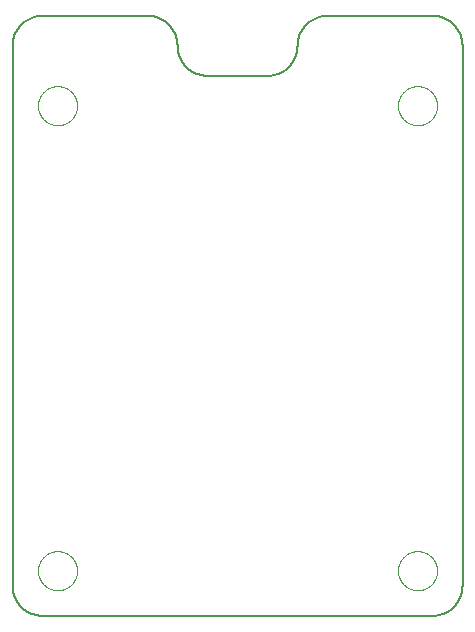
<source format=gko>
G75*
%MOIN*%
%OFA0B0*%
%FSLAX25Y25*%
%IPPOS*%
%LPD*%
%AMOC8*
5,1,8,0,0,1.08239X$1,22.5*
%
%ADD10C,0.00800*%
%ADD11C,0.00000*%
D10*
X0031728Y0040000D02*
X0161728Y0040000D01*
X0161970Y0040003D01*
X0162211Y0040012D01*
X0162452Y0040026D01*
X0162693Y0040047D01*
X0162933Y0040073D01*
X0163173Y0040105D01*
X0163412Y0040143D01*
X0163649Y0040186D01*
X0163886Y0040236D01*
X0164121Y0040291D01*
X0164355Y0040351D01*
X0164587Y0040418D01*
X0164818Y0040489D01*
X0165047Y0040567D01*
X0165274Y0040650D01*
X0165499Y0040738D01*
X0165722Y0040832D01*
X0165942Y0040931D01*
X0166160Y0041036D01*
X0166375Y0041145D01*
X0166588Y0041260D01*
X0166798Y0041380D01*
X0167004Y0041505D01*
X0167208Y0041635D01*
X0167409Y0041770D01*
X0167606Y0041910D01*
X0167800Y0042054D01*
X0167990Y0042203D01*
X0168176Y0042357D01*
X0168359Y0042515D01*
X0168538Y0042677D01*
X0168713Y0042844D01*
X0168884Y0043015D01*
X0169051Y0043190D01*
X0169213Y0043369D01*
X0169371Y0043552D01*
X0169525Y0043738D01*
X0169674Y0043928D01*
X0169818Y0044122D01*
X0169958Y0044319D01*
X0170093Y0044520D01*
X0170223Y0044724D01*
X0170348Y0044930D01*
X0170468Y0045140D01*
X0170583Y0045353D01*
X0170692Y0045568D01*
X0170797Y0045786D01*
X0170896Y0046006D01*
X0170990Y0046229D01*
X0171078Y0046454D01*
X0171161Y0046681D01*
X0171239Y0046910D01*
X0171310Y0047141D01*
X0171377Y0047373D01*
X0171437Y0047607D01*
X0171492Y0047842D01*
X0171542Y0048079D01*
X0171585Y0048316D01*
X0171623Y0048555D01*
X0171655Y0048795D01*
X0171681Y0049035D01*
X0171702Y0049276D01*
X0171716Y0049517D01*
X0171725Y0049758D01*
X0171728Y0050000D01*
X0171728Y0230000D01*
X0171725Y0230242D01*
X0171716Y0230483D01*
X0171702Y0230724D01*
X0171681Y0230965D01*
X0171655Y0231205D01*
X0171623Y0231445D01*
X0171585Y0231684D01*
X0171542Y0231921D01*
X0171492Y0232158D01*
X0171437Y0232393D01*
X0171377Y0232627D01*
X0171310Y0232859D01*
X0171239Y0233090D01*
X0171161Y0233319D01*
X0171078Y0233546D01*
X0170990Y0233771D01*
X0170896Y0233994D01*
X0170797Y0234214D01*
X0170692Y0234432D01*
X0170583Y0234647D01*
X0170468Y0234860D01*
X0170348Y0235070D01*
X0170223Y0235276D01*
X0170093Y0235480D01*
X0169958Y0235681D01*
X0169818Y0235878D01*
X0169674Y0236072D01*
X0169525Y0236262D01*
X0169371Y0236448D01*
X0169213Y0236631D01*
X0169051Y0236810D01*
X0168884Y0236985D01*
X0168713Y0237156D01*
X0168538Y0237323D01*
X0168359Y0237485D01*
X0168176Y0237643D01*
X0167990Y0237797D01*
X0167800Y0237946D01*
X0167606Y0238090D01*
X0167409Y0238230D01*
X0167208Y0238365D01*
X0167004Y0238495D01*
X0166798Y0238620D01*
X0166588Y0238740D01*
X0166375Y0238855D01*
X0166160Y0238964D01*
X0165942Y0239069D01*
X0165722Y0239168D01*
X0165499Y0239262D01*
X0165274Y0239350D01*
X0165047Y0239433D01*
X0164818Y0239511D01*
X0164587Y0239582D01*
X0164355Y0239649D01*
X0164121Y0239709D01*
X0163886Y0239764D01*
X0163649Y0239814D01*
X0163412Y0239857D01*
X0163173Y0239895D01*
X0162933Y0239927D01*
X0162693Y0239953D01*
X0162452Y0239974D01*
X0162211Y0239988D01*
X0161970Y0239997D01*
X0161728Y0240000D01*
X0126728Y0240000D01*
X0126486Y0239997D01*
X0126245Y0239988D01*
X0126004Y0239974D01*
X0125763Y0239953D01*
X0125523Y0239927D01*
X0125283Y0239895D01*
X0125044Y0239857D01*
X0124807Y0239814D01*
X0124570Y0239764D01*
X0124335Y0239709D01*
X0124101Y0239649D01*
X0123869Y0239582D01*
X0123638Y0239511D01*
X0123409Y0239433D01*
X0123182Y0239350D01*
X0122957Y0239262D01*
X0122734Y0239168D01*
X0122514Y0239069D01*
X0122296Y0238964D01*
X0122081Y0238855D01*
X0121868Y0238740D01*
X0121658Y0238620D01*
X0121452Y0238495D01*
X0121248Y0238365D01*
X0121047Y0238230D01*
X0120850Y0238090D01*
X0120656Y0237946D01*
X0120466Y0237797D01*
X0120280Y0237643D01*
X0120097Y0237485D01*
X0119918Y0237323D01*
X0119743Y0237156D01*
X0119572Y0236985D01*
X0119405Y0236810D01*
X0119243Y0236631D01*
X0119085Y0236448D01*
X0118931Y0236262D01*
X0118782Y0236072D01*
X0118638Y0235878D01*
X0118498Y0235681D01*
X0118363Y0235480D01*
X0118233Y0235276D01*
X0118108Y0235070D01*
X0117988Y0234860D01*
X0117873Y0234647D01*
X0117764Y0234432D01*
X0117659Y0234214D01*
X0117560Y0233994D01*
X0117466Y0233771D01*
X0117378Y0233546D01*
X0117295Y0233319D01*
X0117217Y0233090D01*
X0117146Y0232859D01*
X0117079Y0232627D01*
X0117019Y0232393D01*
X0116964Y0232158D01*
X0116914Y0231921D01*
X0116871Y0231684D01*
X0116833Y0231445D01*
X0116801Y0231205D01*
X0116775Y0230965D01*
X0116754Y0230724D01*
X0116740Y0230483D01*
X0116731Y0230242D01*
X0116728Y0230000D01*
X0116725Y0229758D01*
X0116716Y0229517D01*
X0116702Y0229276D01*
X0116681Y0229035D01*
X0116655Y0228795D01*
X0116623Y0228555D01*
X0116585Y0228316D01*
X0116542Y0228079D01*
X0116492Y0227842D01*
X0116437Y0227607D01*
X0116377Y0227373D01*
X0116310Y0227141D01*
X0116239Y0226910D01*
X0116161Y0226681D01*
X0116078Y0226454D01*
X0115990Y0226229D01*
X0115896Y0226006D01*
X0115797Y0225786D01*
X0115692Y0225568D01*
X0115583Y0225353D01*
X0115468Y0225140D01*
X0115348Y0224930D01*
X0115223Y0224724D01*
X0115093Y0224520D01*
X0114958Y0224319D01*
X0114818Y0224122D01*
X0114674Y0223928D01*
X0114525Y0223738D01*
X0114371Y0223552D01*
X0114213Y0223369D01*
X0114051Y0223190D01*
X0113884Y0223015D01*
X0113713Y0222844D01*
X0113538Y0222677D01*
X0113359Y0222515D01*
X0113176Y0222357D01*
X0112990Y0222203D01*
X0112800Y0222054D01*
X0112606Y0221910D01*
X0112409Y0221770D01*
X0112208Y0221635D01*
X0112004Y0221505D01*
X0111798Y0221380D01*
X0111588Y0221260D01*
X0111375Y0221145D01*
X0111160Y0221036D01*
X0110942Y0220931D01*
X0110722Y0220832D01*
X0110499Y0220738D01*
X0110274Y0220650D01*
X0110047Y0220567D01*
X0109818Y0220489D01*
X0109587Y0220418D01*
X0109355Y0220351D01*
X0109121Y0220291D01*
X0108886Y0220236D01*
X0108649Y0220186D01*
X0108412Y0220143D01*
X0108173Y0220105D01*
X0107933Y0220073D01*
X0107693Y0220047D01*
X0107452Y0220026D01*
X0107211Y0220012D01*
X0106970Y0220003D01*
X0106728Y0220000D01*
X0086728Y0220000D01*
X0086486Y0220003D01*
X0086245Y0220012D01*
X0086004Y0220026D01*
X0085763Y0220047D01*
X0085523Y0220073D01*
X0085283Y0220105D01*
X0085044Y0220143D01*
X0084807Y0220186D01*
X0084570Y0220236D01*
X0084335Y0220291D01*
X0084101Y0220351D01*
X0083869Y0220418D01*
X0083638Y0220489D01*
X0083409Y0220567D01*
X0083182Y0220650D01*
X0082957Y0220738D01*
X0082734Y0220832D01*
X0082514Y0220931D01*
X0082296Y0221036D01*
X0082081Y0221145D01*
X0081868Y0221260D01*
X0081658Y0221380D01*
X0081452Y0221505D01*
X0081248Y0221635D01*
X0081047Y0221770D01*
X0080850Y0221910D01*
X0080656Y0222054D01*
X0080466Y0222203D01*
X0080280Y0222357D01*
X0080097Y0222515D01*
X0079918Y0222677D01*
X0079743Y0222844D01*
X0079572Y0223015D01*
X0079405Y0223190D01*
X0079243Y0223369D01*
X0079085Y0223552D01*
X0078931Y0223738D01*
X0078782Y0223928D01*
X0078638Y0224122D01*
X0078498Y0224319D01*
X0078363Y0224520D01*
X0078233Y0224724D01*
X0078108Y0224930D01*
X0077988Y0225140D01*
X0077873Y0225353D01*
X0077764Y0225568D01*
X0077659Y0225786D01*
X0077560Y0226006D01*
X0077466Y0226229D01*
X0077378Y0226454D01*
X0077295Y0226681D01*
X0077217Y0226910D01*
X0077146Y0227141D01*
X0077079Y0227373D01*
X0077019Y0227607D01*
X0076964Y0227842D01*
X0076914Y0228079D01*
X0076871Y0228316D01*
X0076833Y0228555D01*
X0076801Y0228795D01*
X0076775Y0229035D01*
X0076754Y0229276D01*
X0076740Y0229517D01*
X0076731Y0229758D01*
X0076728Y0230000D01*
X0076725Y0230242D01*
X0076716Y0230483D01*
X0076702Y0230724D01*
X0076681Y0230965D01*
X0076655Y0231205D01*
X0076623Y0231445D01*
X0076585Y0231684D01*
X0076542Y0231921D01*
X0076492Y0232158D01*
X0076437Y0232393D01*
X0076377Y0232627D01*
X0076310Y0232859D01*
X0076239Y0233090D01*
X0076161Y0233319D01*
X0076078Y0233546D01*
X0075990Y0233771D01*
X0075896Y0233994D01*
X0075797Y0234214D01*
X0075692Y0234432D01*
X0075583Y0234647D01*
X0075468Y0234860D01*
X0075348Y0235070D01*
X0075223Y0235276D01*
X0075093Y0235480D01*
X0074958Y0235681D01*
X0074818Y0235878D01*
X0074674Y0236072D01*
X0074525Y0236262D01*
X0074371Y0236448D01*
X0074213Y0236631D01*
X0074051Y0236810D01*
X0073884Y0236985D01*
X0073713Y0237156D01*
X0073538Y0237323D01*
X0073359Y0237485D01*
X0073176Y0237643D01*
X0072990Y0237797D01*
X0072800Y0237946D01*
X0072606Y0238090D01*
X0072409Y0238230D01*
X0072208Y0238365D01*
X0072004Y0238495D01*
X0071798Y0238620D01*
X0071588Y0238740D01*
X0071375Y0238855D01*
X0071160Y0238964D01*
X0070942Y0239069D01*
X0070722Y0239168D01*
X0070499Y0239262D01*
X0070274Y0239350D01*
X0070047Y0239433D01*
X0069818Y0239511D01*
X0069587Y0239582D01*
X0069355Y0239649D01*
X0069121Y0239709D01*
X0068886Y0239764D01*
X0068649Y0239814D01*
X0068412Y0239857D01*
X0068173Y0239895D01*
X0067933Y0239927D01*
X0067693Y0239953D01*
X0067452Y0239974D01*
X0067211Y0239988D01*
X0066970Y0239997D01*
X0066728Y0240000D01*
X0031728Y0240000D01*
X0031486Y0239997D01*
X0031245Y0239988D01*
X0031004Y0239974D01*
X0030763Y0239953D01*
X0030523Y0239927D01*
X0030283Y0239895D01*
X0030044Y0239857D01*
X0029807Y0239814D01*
X0029570Y0239764D01*
X0029335Y0239709D01*
X0029101Y0239649D01*
X0028869Y0239582D01*
X0028638Y0239511D01*
X0028409Y0239433D01*
X0028182Y0239350D01*
X0027957Y0239262D01*
X0027734Y0239168D01*
X0027514Y0239069D01*
X0027296Y0238964D01*
X0027081Y0238855D01*
X0026868Y0238740D01*
X0026658Y0238620D01*
X0026452Y0238495D01*
X0026248Y0238365D01*
X0026047Y0238230D01*
X0025850Y0238090D01*
X0025656Y0237946D01*
X0025466Y0237797D01*
X0025280Y0237643D01*
X0025097Y0237485D01*
X0024918Y0237323D01*
X0024743Y0237156D01*
X0024572Y0236985D01*
X0024405Y0236810D01*
X0024243Y0236631D01*
X0024085Y0236448D01*
X0023931Y0236262D01*
X0023782Y0236072D01*
X0023638Y0235878D01*
X0023498Y0235681D01*
X0023363Y0235480D01*
X0023233Y0235276D01*
X0023108Y0235070D01*
X0022988Y0234860D01*
X0022873Y0234647D01*
X0022764Y0234432D01*
X0022659Y0234214D01*
X0022560Y0233994D01*
X0022466Y0233771D01*
X0022378Y0233546D01*
X0022295Y0233319D01*
X0022217Y0233090D01*
X0022146Y0232859D01*
X0022079Y0232627D01*
X0022019Y0232393D01*
X0021964Y0232158D01*
X0021914Y0231921D01*
X0021871Y0231684D01*
X0021833Y0231445D01*
X0021801Y0231205D01*
X0021775Y0230965D01*
X0021754Y0230724D01*
X0021740Y0230483D01*
X0021731Y0230242D01*
X0021728Y0230000D01*
X0021728Y0050000D01*
X0021731Y0049758D01*
X0021740Y0049517D01*
X0021754Y0049276D01*
X0021775Y0049035D01*
X0021801Y0048795D01*
X0021833Y0048555D01*
X0021871Y0048316D01*
X0021914Y0048079D01*
X0021964Y0047842D01*
X0022019Y0047607D01*
X0022079Y0047373D01*
X0022146Y0047141D01*
X0022217Y0046910D01*
X0022295Y0046681D01*
X0022378Y0046454D01*
X0022466Y0046229D01*
X0022560Y0046006D01*
X0022659Y0045786D01*
X0022764Y0045568D01*
X0022873Y0045353D01*
X0022988Y0045140D01*
X0023108Y0044930D01*
X0023233Y0044724D01*
X0023363Y0044520D01*
X0023498Y0044319D01*
X0023638Y0044122D01*
X0023782Y0043928D01*
X0023931Y0043738D01*
X0024085Y0043552D01*
X0024243Y0043369D01*
X0024405Y0043190D01*
X0024572Y0043015D01*
X0024743Y0042844D01*
X0024918Y0042677D01*
X0025097Y0042515D01*
X0025280Y0042357D01*
X0025466Y0042203D01*
X0025656Y0042054D01*
X0025850Y0041910D01*
X0026047Y0041770D01*
X0026248Y0041635D01*
X0026452Y0041505D01*
X0026658Y0041380D01*
X0026868Y0041260D01*
X0027081Y0041145D01*
X0027296Y0041036D01*
X0027514Y0040931D01*
X0027734Y0040832D01*
X0027957Y0040738D01*
X0028182Y0040650D01*
X0028409Y0040567D01*
X0028638Y0040489D01*
X0028869Y0040418D01*
X0029101Y0040351D01*
X0029335Y0040291D01*
X0029570Y0040236D01*
X0029807Y0040186D01*
X0030044Y0040143D01*
X0030283Y0040105D01*
X0030523Y0040073D01*
X0030763Y0040047D01*
X0031004Y0040026D01*
X0031245Y0040012D01*
X0031486Y0040003D01*
X0031728Y0040000D01*
D11*
X0030228Y0055000D02*
X0030230Y0055161D01*
X0030236Y0055321D01*
X0030246Y0055482D01*
X0030260Y0055642D01*
X0030278Y0055802D01*
X0030299Y0055961D01*
X0030325Y0056120D01*
X0030355Y0056278D01*
X0030388Y0056435D01*
X0030426Y0056592D01*
X0030467Y0056747D01*
X0030512Y0056901D01*
X0030561Y0057054D01*
X0030614Y0057206D01*
X0030670Y0057357D01*
X0030731Y0057506D01*
X0030794Y0057654D01*
X0030862Y0057800D01*
X0030933Y0057944D01*
X0031007Y0058086D01*
X0031085Y0058227D01*
X0031167Y0058365D01*
X0031252Y0058502D01*
X0031340Y0058636D01*
X0031432Y0058768D01*
X0031527Y0058898D01*
X0031625Y0059026D01*
X0031726Y0059151D01*
X0031830Y0059273D01*
X0031937Y0059393D01*
X0032047Y0059510D01*
X0032160Y0059625D01*
X0032276Y0059736D01*
X0032395Y0059845D01*
X0032516Y0059950D01*
X0032640Y0060053D01*
X0032766Y0060153D01*
X0032894Y0060249D01*
X0033025Y0060342D01*
X0033159Y0060432D01*
X0033294Y0060519D01*
X0033432Y0060602D01*
X0033571Y0060682D01*
X0033713Y0060758D01*
X0033856Y0060831D01*
X0034001Y0060900D01*
X0034148Y0060966D01*
X0034296Y0061028D01*
X0034446Y0061086D01*
X0034597Y0061141D01*
X0034750Y0061192D01*
X0034904Y0061239D01*
X0035059Y0061282D01*
X0035215Y0061321D01*
X0035371Y0061357D01*
X0035529Y0061388D01*
X0035687Y0061416D01*
X0035846Y0061440D01*
X0036006Y0061460D01*
X0036166Y0061476D01*
X0036326Y0061488D01*
X0036487Y0061496D01*
X0036648Y0061500D01*
X0036808Y0061500D01*
X0036969Y0061496D01*
X0037130Y0061488D01*
X0037290Y0061476D01*
X0037450Y0061460D01*
X0037610Y0061440D01*
X0037769Y0061416D01*
X0037927Y0061388D01*
X0038085Y0061357D01*
X0038241Y0061321D01*
X0038397Y0061282D01*
X0038552Y0061239D01*
X0038706Y0061192D01*
X0038859Y0061141D01*
X0039010Y0061086D01*
X0039160Y0061028D01*
X0039308Y0060966D01*
X0039455Y0060900D01*
X0039600Y0060831D01*
X0039743Y0060758D01*
X0039885Y0060682D01*
X0040024Y0060602D01*
X0040162Y0060519D01*
X0040297Y0060432D01*
X0040431Y0060342D01*
X0040562Y0060249D01*
X0040690Y0060153D01*
X0040816Y0060053D01*
X0040940Y0059950D01*
X0041061Y0059845D01*
X0041180Y0059736D01*
X0041296Y0059625D01*
X0041409Y0059510D01*
X0041519Y0059393D01*
X0041626Y0059273D01*
X0041730Y0059151D01*
X0041831Y0059026D01*
X0041929Y0058898D01*
X0042024Y0058768D01*
X0042116Y0058636D01*
X0042204Y0058502D01*
X0042289Y0058365D01*
X0042371Y0058227D01*
X0042449Y0058086D01*
X0042523Y0057944D01*
X0042594Y0057800D01*
X0042662Y0057654D01*
X0042725Y0057506D01*
X0042786Y0057357D01*
X0042842Y0057206D01*
X0042895Y0057054D01*
X0042944Y0056901D01*
X0042989Y0056747D01*
X0043030Y0056592D01*
X0043068Y0056435D01*
X0043101Y0056278D01*
X0043131Y0056120D01*
X0043157Y0055961D01*
X0043178Y0055802D01*
X0043196Y0055642D01*
X0043210Y0055482D01*
X0043220Y0055321D01*
X0043226Y0055161D01*
X0043228Y0055000D01*
X0043226Y0054839D01*
X0043220Y0054679D01*
X0043210Y0054518D01*
X0043196Y0054358D01*
X0043178Y0054198D01*
X0043157Y0054039D01*
X0043131Y0053880D01*
X0043101Y0053722D01*
X0043068Y0053565D01*
X0043030Y0053408D01*
X0042989Y0053253D01*
X0042944Y0053099D01*
X0042895Y0052946D01*
X0042842Y0052794D01*
X0042786Y0052643D01*
X0042725Y0052494D01*
X0042662Y0052346D01*
X0042594Y0052200D01*
X0042523Y0052056D01*
X0042449Y0051914D01*
X0042371Y0051773D01*
X0042289Y0051635D01*
X0042204Y0051498D01*
X0042116Y0051364D01*
X0042024Y0051232D01*
X0041929Y0051102D01*
X0041831Y0050974D01*
X0041730Y0050849D01*
X0041626Y0050727D01*
X0041519Y0050607D01*
X0041409Y0050490D01*
X0041296Y0050375D01*
X0041180Y0050264D01*
X0041061Y0050155D01*
X0040940Y0050050D01*
X0040816Y0049947D01*
X0040690Y0049847D01*
X0040562Y0049751D01*
X0040431Y0049658D01*
X0040297Y0049568D01*
X0040162Y0049481D01*
X0040024Y0049398D01*
X0039885Y0049318D01*
X0039743Y0049242D01*
X0039600Y0049169D01*
X0039455Y0049100D01*
X0039308Y0049034D01*
X0039160Y0048972D01*
X0039010Y0048914D01*
X0038859Y0048859D01*
X0038706Y0048808D01*
X0038552Y0048761D01*
X0038397Y0048718D01*
X0038241Y0048679D01*
X0038085Y0048643D01*
X0037927Y0048612D01*
X0037769Y0048584D01*
X0037610Y0048560D01*
X0037450Y0048540D01*
X0037290Y0048524D01*
X0037130Y0048512D01*
X0036969Y0048504D01*
X0036808Y0048500D01*
X0036648Y0048500D01*
X0036487Y0048504D01*
X0036326Y0048512D01*
X0036166Y0048524D01*
X0036006Y0048540D01*
X0035846Y0048560D01*
X0035687Y0048584D01*
X0035529Y0048612D01*
X0035371Y0048643D01*
X0035215Y0048679D01*
X0035059Y0048718D01*
X0034904Y0048761D01*
X0034750Y0048808D01*
X0034597Y0048859D01*
X0034446Y0048914D01*
X0034296Y0048972D01*
X0034148Y0049034D01*
X0034001Y0049100D01*
X0033856Y0049169D01*
X0033713Y0049242D01*
X0033571Y0049318D01*
X0033432Y0049398D01*
X0033294Y0049481D01*
X0033159Y0049568D01*
X0033025Y0049658D01*
X0032894Y0049751D01*
X0032766Y0049847D01*
X0032640Y0049947D01*
X0032516Y0050050D01*
X0032395Y0050155D01*
X0032276Y0050264D01*
X0032160Y0050375D01*
X0032047Y0050490D01*
X0031937Y0050607D01*
X0031830Y0050727D01*
X0031726Y0050849D01*
X0031625Y0050974D01*
X0031527Y0051102D01*
X0031432Y0051232D01*
X0031340Y0051364D01*
X0031252Y0051498D01*
X0031167Y0051635D01*
X0031085Y0051773D01*
X0031007Y0051914D01*
X0030933Y0052056D01*
X0030862Y0052200D01*
X0030794Y0052346D01*
X0030731Y0052494D01*
X0030670Y0052643D01*
X0030614Y0052794D01*
X0030561Y0052946D01*
X0030512Y0053099D01*
X0030467Y0053253D01*
X0030426Y0053408D01*
X0030388Y0053565D01*
X0030355Y0053722D01*
X0030325Y0053880D01*
X0030299Y0054039D01*
X0030278Y0054198D01*
X0030260Y0054358D01*
X0030246Y0054518D01*
X0030236Y0054679D01*
X0030230Y0054839D01*
X0030228Y0055000D01*
X0150228Y0055000D02*
X0150230Y0055161D01*
X0150236Y0055321D01*
X0150246Y0055482D01*
X0150260Y0055642D01*
X0150278Y0055802D01*
X0150299Y0055961D01*
X0150325Y0056120D01*
X0150355Y0056278D01*
X0150388Y0056435D01*
X0150426Y0056592D01*
X0150467Y0056747D01*
X0150512Y0056901D01*
X0150561Y0057054D01*
X0150614Y0057206D01*
X0150670Y0057357D01*
X0150731Y0057506D01*
X0150794Y0057654D01*
X0150862Y0057800D01*
X0150933Y0057944D01*
X0151007Y0058086D01*
X0151085Y0058227D01*
X0151167Y0058365D01*
X0151252Y0058502D01*
X0151340Y0058636D01*
X0151432Y0058768D01*
X0151527Y0058898D01*
X0151625Y0059026D01*
X0151726Y0059151D01*
X0151830Y0059273D01*
X0151937Y0059393D01*
X0152047Y0059510D01*
X0152160Y0059625D01*
X0152276Y0059736D01*
X0152395Y0059845D01*
X0152516Y0059950D01*
X0152640Y0060053D01*
X0152766Y0060153D01*
X0152894Y0060249D01*
X0153025Y0060342D01*
X0153159Y0060432D01*
X0153294Y0060519D01*
X0153432Y0060602D01*
X0153571Y0060682D01*
X0153713Y0060758D01*
X0153856Y0060831D01*
X0154001Y0060900D01*
X0154148Y0060966D01*
X0154296Y0061028D01*
X0154446Y0061086D01*
X0154597Y0061141D01*
X0154750Y0061192D01*
X0154904Y0061239D01*
X0155059Y0061282D01*
X0155215Y0061321D01*
X0155371Y0061357D01*
X0155529Y0061388D01*
X0155687Y0061416D01*
X0155846Y0061440D01*
X0156006Y0061460D01*
X0156166Y0061476D01*
X0156326Y0061488D01*
X0156487Y0061496D01*
X0156648Y0061500D01*
X0156808Y0061500D01*
X0156969Y0061496D01*
X0157130Y0061488D01*
X0157290Y0061476D01*
X0157450Y0061460D01*
X0157610Y0061440D01*
X0157769Y0061416D01*
X0157927Y0061388D01*
X0158085Y0061357D01*
X0158241Y0061321D01*
X0158397Y0061282D01*
X0158552Y0061239D01*
X0158706Y0061192D01*
X0158859Y0061141D01*
X0159010Y0061086D01*
X0159160Y0061028D01*
X0159308Y0060966D01*
X0159455Y0060900D01*
X0159600Y0060831D01*
X0159743Y0060758D01*
X0159885Y0060682D01*
X0160024Y0060602D01*
X0160162Y0060519D01*
X0160297Y0060432D01*
X0160431Y0060342D01*
X0160562Y0060249D01*
X0160690Y0060153D01*
X0160816Y0060053D01*
X0160940Y0059950D01*
X0161061Y0059845D01*
X0161180Y0059736D01*
X0161296Y0059625D01*
X0161409Y0059510D01*
X0161519Y0059393D01*
X0161626Y0059273D01*
X0161730Y0059151D01*
X0161831Y0059026D01*
X0161929Y0058898D01*
X0162024Y0058768D01*
X0162116Y0058636D01*
X0162204Y0058502D01*
X0162289Y0058365D01*
X0162371Y0058227D01*
X0162449Y0058086D01*
X0162523Y0057944D01*
X0162594Y0057800D01*
X0162662Y0057654D01*
X0162725Y0057506D01*
X0162786Y0057357D01*
X0162842Y0057206D01*
X0162895Y0057054D01*
X0162944Y0056901D01*
X0162989Y0056747D01*
X0163030Y0056592D01*
X0163068Y0056435D01*
X0163101Y0056278D01*
X0163131Y0056120D01*
X0163157Y0055961D01*
X0163178Y0055802D01*
X0163196Y0055642D01*
X0163210Y0055482D01*
X0163220Y0055321D01*
X0163226Y0055161D01*
X0163228Y0055000D01*
X0163226Y0054839D01*
X0163220Y0054679D01*
X0163210Y0054518D01*
X0163196Y0054358D01*
X0163178Y0054198D01*
X0163157Y0054039D01*
X0163131Y0053880D01*
X0163101Y0053722D01*
X0163068Y0053565D01*
X0163030Y0053408D01*
X0162989Y0053253D01*
X0162944Y0053099D01*
X0162895Y0052946D01*
X0162842Y0052794D01*
X0162786Y0052643D01*
X0162725Y0052494D01*
X0162662Y0052346D01*
X0162594Y0052200D01*
X0162523Y0052056D01*
X0162449Y0051914D01*
X0162371Y0051773D01*
X0162289Y0051635D01*
X0162204Y0051498D01*
X0162116Y0051364D01*
X0162024Y0051232D01*
X0161929Y0051102D01*
X0161831Y0050974D01*
X0161730Y0050849D01*
X0161626Y0050727D01*
X0161519Y0050607D01*
X0161409Y0050490D01*
X0161296Y0050375D01*
X0161180Y0050264D01*
X0161061Y0050155D01*
X0160940Y0050050D01*
X0160816Y0049947D01*
X0160690Y0049847D01*
X0160562Y0049751D01*
X0160431Y0049658D01*
X0160297Y0049568D01*
X0160162Y0049481D01*
X0160024Y0049398D01*
X0159885Y0049318D01*
X0159743Y0049242D01*
X0159600Y0049169D01*
X0159455Y0049100D01*
X0159308Y0049034D01*
X0159160Y0048972D01*
X0159010Y0048914D01*
X0158859Y0048859D01*
X0158706Y0048808D01*
X0158552Y0048761D01*
X0158397Y0048718D01*
X0158241Y0048679D01*
X0158085Y0048643D01*
X0157927Y0048612D01*
X0157769Y0048584D01*
X0157610Y0048560D01*
X0157450Y0048540D01*
X0157290Y0048524D01*
X0157130Y0048512D01*
X0156969Y0048504D01*
X0156808Y0048500D01*
X0156648Y0048500D01*
X0156487Y0048504D01*
X0156326Y0048512D01*
X0156166Y0048524D01*
X0156006Y0048540D01*
X0155846Y0048560D01*
X0155687Y0048584D01*
X0155529Y0048612D01*
X0155371Y0048643D01*
X0155215Y0048679D01*
X0155059Y0048718D01*
X0154904Y0048761D01*
X0154750Y0048808D01*
X0154597Y0048859D01*
X0154446Y0048914D01*
X0154296Y0048972D01*
X0154148Y0049034D01*
X0154001Y0049100D01*
X0153856Y0049169D01*
X0153713Y0049242D01*
X0153571Y0049318D01*
X0153432Y0049398D01*
X0153294Y0049481D01*
X0153159Y0049568D01*
X0153025Y0049658D01*
X0152894Y0049751D01*
X0152766Y0049847D01*
X0152640Y0049947D01*
X0152516Y0050050D01*
X0152395Y0050155D01*
X0152276Y0050264D01*
X0152160Y0050375D01*
X0152047Y0050490D01*
X0151937Y0050607D01*
X0151830Y0050727D01*
X0151726Y0050849D01*
X0151625Y0050974D01*
X0151527Y0051102D01*
X0151432Y0051232D01*
X0151340Y0051364D01*
X0151252Y0051498D01*
X0151167Y0051635D01*
X0151085Y0051773D01*
X0151007Y0051914D01*
X0150933Y0052056D01*
X0150862Y0052200D01*
X0150794Y0052346D01*
X0150731Y0052494D01*
X0150670Y0052643D01*
X0150614Y0052794D01*
X0150561Y0052946D01*
X0150512Y0053099D01*
X0150467Y0053253D01*
X0150426Y0053408D01*
X0150388Y0053565D01*
X0150355Y0053722D01*
X0150325Y0053880D01*
X0150299Y0054039D01*
X0150278Y0054198D01*
X0150260Y0054358D01*
X0150246Y0054518D01*
X0150236Y0054679D01*
X0150230Y0054839D01*
X0150228Y0055000D01*
X0150228Y0210000D02*
X0150230Y0210161D01*
X0150236Y0210321D01*
X0150246Y0210482D01*
X0150260Y0210642D01*
X0150278Y0210802D01*
X0150299Y0210961D01*
X0150325Y0211120D01*
X0150355Y0211278D01*
X0150388Y0211435D01*
X0150426Y0211592D01*
X0150467Y0211747D01*
X0150512Y0211901D01*
X0150561Y0212054D01*
X0150614Y0212206D01*
X0150670Y0212357D01*
X0150731Y0212506D01*
X0150794Y0212654D01*
X0150862Y0212800D01*
X0150933Y0212944D01*
X0151007Y0213086D01*
X0151085Y0213227D01*
X0151167Y0213365D01*
X0151252Y0213502D01*
X0151340Y0213636D01*
X0151432Y0213768D01*
X0151527Y0213898D01*
X0151625Y0214026D01*
X0151726Y0214151D01*
X0151830Y0214273D01*
X0151937Y0214393D01*
X0152047Y0214510D01*
X0152160Y0214625D01*
X0152276Y0214736D01*
X0152395Y0214845D01*
X0152516Y0214950D01*
X0152640Y0215053D01*
X0152766Y0215153D01*
X0152894Y0215249D01*
X0153025Y0215342D01*
X0153159Y0215432D01*
X0153294Y0215519D01*
X0153432Y0215602D01*
X0153571Y0215682D01*
X0153713Y0215758D01*
X0153856Y0215831D01*
X0154001Y0215900D01*
X0154148Y0215966D01*
X0154296Y0216028D01*
X0154446Y0216086D01*
X0154597Y0216141D01*
X0154750Y0216192D01*
X0154904Y0216239D01*
X0155059Y0216282D01*
X0155215Y0216321D01*
X0155371Y0216357D01*
X0155529Y0216388D01*
X0155687Y0216416D01*
X0155846Y0216440D01*
X0156006Y0216460D01*
X0156166Y0216476D01*
X0156326Y0216488D01*
X0156487Y0216496D01*
X0156648Y0216500D01*
X0156808Y0216500D01*
X0156969Y0216496D01*
X0157130Y0216488D01*
X0157290Y0216476D01*
X0157450Y0216460D01*
X0157610Y0216440D01*
X0157769Y0216416D01*
X0157927Y0216388D01*
X0158085Y0216357D01*
X0158241Y0216321D01*
X0158397Y0216282D01*
X0158552Y0216239D01*
X0158706Y0216192D01*
X0158859Y0216141D01*
X0159010Y0216086D01*
X0159160Y0216028D01*
X0159308Y0215966D01*
X0159455Y0215900D01*
X0159600Y0215831D01*
X0159743Y0215758D01*
X0159885Y0215682D01*
X0160024Y0215602D01*
X0160162Y0215519D01*
X0160297Y0215432D01*
X0160431Y0215342D01*
X0160562Y0215249D01*
X0160690Y0215153D01*
X0160816Y0215053D01*
X0160940Y0214950D01*
X0161061Y0214845D01*
X0161180Y0214736D01*
X0161296Y0214625D01*
X0161409Y0214510D01*
X0161519Y0214393D01*
X0161626Y0214273D01*
X0161730Y0214151D01*
X0161831Y0214026D01*
X0161929Y0213898D01*
X0162024Y0213768D01*
X0162116Y0213636D01*
X0162204Y0213502D01*
X0162289Y0213365D01*
X0162371Y0213227D01*
X0162449Y0213086D01*
X0162523Y0212944D01*
X0162594Y0212800D01*
X0162662Y0212654D01*
X0162725Y0212506D01*
X0162786Y0212357D01*
X0162842Y0212206D01*
X0162895Y0212054D01*
X0162944Y0211901D01*
X0162989Y0211747D01*
X0163030Y0211592D01*
X0163068Y0211435D01*
X0163101Y0211278D01*
X0163131Y0211120D01*
X0163157Y0210961D01*
X0163178Y0210802D01*
X0163196Y0210642D01*
X0163210Y0210482D01*
X0163220Y0210321D01*
X0163226Y0210161D01*
X0163228Y0210000D01*
X0163226Y0209839D01*
X0163220Y0209679D01*
X0163210Y0209518D01*
X0163196Y0209358D01*
X0163178Y0209198D01*
X0163157Y0209039D01*
X0163131Y0208880D01*
X0163101Y0208722D01*
X0163068Y0208565D01*
X0163030Y0208408D01*
X0162989Y0208253D01*
X0162944Y0208099D01*
X0162895Y0207946D01*
X0162842Y0207794D01*
X0162786Y0207643D01*
X0162725Y0207494D01*
X0162662Y0207346D01*
X0162594Y0207200D01*
X0162523Y0207056D01*
X0162449Y0206914D01*
X0162371Y0206773D01*
X0162289Y0206635D01*
X0162204Y0206498D01*
X0162116Y0206364D01*
X0162024Y0206232D01*
X0161929Y0206102D01*
X0161831Y0205974D01*
X0161730Y0205849D01*
X0161626Y0205727D01*
X0161519Y0205607D01*
X0161409Y0205490D01*
X0161296Y0205375D01*
X0161180Y0205264D01*
X0161061Y0205155D01*
X0160940Y0205050D01*
X0160816Y0204947D01*
X0160690Y0204847D01*
X0160562Y0204751D01*
X0160431Y0204658D01*
X0160297Y0204568D01*
X0160162Y0204481D01*
X0160024Y0204398D01*
X0159885Y0204318D01*
X0159743Y0204242D01*
X0159600Y0204169D01*
X0159455Y0204100D01*
X0159308Y0204034D01*
X0159160Y0203972D01*
X0159010Y0203914D01*
X0158859Y0203859D01*
X0158706Y0203808D01*
X0158552Y0203761D01*
X0158397Y0203718D01*
X0158241Y0203679D01*
X0158085Y0203643D01*
X0157927Y0203612D01*
X0157769Y0203584D01*
X0157610Y0203560D01*
X0157450Y0203540D01*
X0157290Y0203524D01*
X0157130Y0203512D01*
X0156969Y0203504D01*
X0156808Y0203500D01*
X0156648Y0203500D01*
X0156487Y0203504D01*
X0156326Y0203512D01*
X0156166Y0203524D01*
X0156006Y0203540D01*
X0155846Y0203560D01*
X0155687Y0203584D01*
X0155529Y0203612D01*
X0155371Y0203643D01*
X0155215Y0203679D01*
X0155059Y0203718D01*
X0154904Y0203761D01*
X0154750Y0203808D01*
X0154597Y0203859D01*
X0154446Y0203914D01*
X0154296Y0203972D01*
X0154148Y0204034D01*
X0154001Y0204100D01*
X0153856Y0204169D01*
X0153713Y0204242D01*
X0153571Y0204318D01*
X0153432Y0204398D01*
X0153294Y0204481D01*
X0153159Y0204568D01*
X0153025Y0204658D01*
X0152894Y0204751D01*
X0152766Y0204847D01*
X0152640Y0204947D01*
X0152516Y0205050D01*
X0152395Y0205155D01*
X0152276Y0205264D01*
X0152160Y0205375D01*
X0152047Y0205490D01*
X0151937Y0205607D01*
X0151830Y0205727D01*
X0151726Y0205849D01*
X0151625Y0205974D01*
X0151527Y0206102D01*
X0151432Y0206232D01*
X0151340Y0206364D01*
X0151252Y0206498D01*
X0151167Y0206635D01*
X0151085Y0206773D01*
X0151007Y0206914D01*
X0150933Y0207056D01*
X0150862Y0207200D01*
X0150794Y0207346D01*
X0150731Y0207494D01*
X0150670Y0207643D01*
X0150614Y0207794D01*
X0150561Y0207946D01*
X0150512Y0208099D01*
X0150467Y0208253D01*
X0150426Y0208408D01*
X0150388Y0208565D01*
X0150355Y0208722D01*
X0150325Y0208880D01*
X0150299Y0209039D01*
X0150278Y0209198D01*
X0150260Y0209358D01*
X0150246Y0209518D01*
X0150236Y0209679D01*
X0150230Y0209839D01*
X0150228Y0210000D01*
X0030228Y0210000D02*
X0030230Y0210161D01*
X0030236Y0210321D01*
X0030246Y0210482D01*
X0030260Y0210642D01*
X0030278Y0210802D01*
X0030299Y0210961D01*
X0030325Y0211120D01*
X0030355Y0211278D01*
X0030388Y0211435D01*
X0030426Y0211592D01*
X0030467Y0211747D01*
X0030512Y0211901D01*
X0030561Y0212054D01*
X0030614Y0212206D01*
X0030670Y0212357D01*
X0030731Y0212506D01*
X0030794Y0212654D01*
X0030862Y0212800D01*
X0030933Y0212944D01*
X0031007Y0213086D01*
X0031085Y0213227D01*
X0031167Y0213365D01*
X0031252Y0213502D01*
X0031340Y0213636D01*
X0031432Y0213768D01*
X0031527Y0213898D01*
X0031625Y0214026D01*
X0031726Y0214151D01*
X0031830Y0214273D01*
X0031937Y0214393D01*
X0032047Y0214510D01*
X0032160Y0214625D01*
X0032276Y0214736D01*
X0032395Y0214845D01*
X0032516Y0214950D01*
X0032640Y0215053D01*
X0032766Y0215153D01*
X0032894Y0215249D01*
X0033025Y0215342D01*
X0033159Y0215432D01*
X0033294Y0215519D01*
X0033432Y0215602D01*
X0033571Y0215682D01*
X0033713Y0215758D01*
X0033856Y0215831D01*
X0034001Y0215900D01*
X0034148Y0215966D01*
X0034296Y0216028D01*
X0034446Y0216086D01*
X0034597Y0216141D01*
X0034750Y0216192D01*
X0034904Y0216239D01*
X0035059Y0216282D01*
X0035215Y0216321D01*
X0035371Y0216357D01*
X0035529Y0216388D01*
X0035687Y0216416D01*
X0035846Y0216440D01*
X0036006Y0216460D01*
X0036166Y0216476D01*
X0036326Y0216488D01*
X0036487Y0216496D01*
X0036648Y0216500D01*
X0036808Y0216500D01*
X0036969Y0216496D01*
X0037130Y0216488D01*
X0037290Y0216476D01*
X0037450Y0216460D01*
X0037610Y0216440D01*
X0037769Y0216416D01*
X0037927Y0216388D01*
X0038085Y0216357D01*
X0038241Y0216321D01*
X0038397Y0216282D01*
X0038552Y0216239D01*
X0038706Y0216192D01*
X0038859Y0216141D01*
X0039010Y0216086D01*
X0039160Y0216028D01*
X0039308Y0215966D01*
X0039455Y0215900D01*
X0039600Y0215831D01*
X0039743Y0215758D01*
X0039885Y0215682D01*
X0040024Y0215602D01*
X0040162Y0215519D01*
X0040297Y0215432D01*
X0040431Y0215342D01*
X0040562Y0215249D01*
X0040690Y0215153D01*
X0040816Y0215053D01*
X0040940Y0214950D01*
X0041061Y0214845D01*
X0041180Y0214736D01*
X0041296Y0214625D01*
X0041409Y0214510D01*
X0041519Y0214393D01*
X0041626Y0214273D01*
X0041730Y0214151D01*
X0041831Y0214026D01*
X0041929Y0213898D01*
X0042024Y0213768D01*
X0042116Y0213636D01*
X0042204Y0213502D01*
X0042289Y0213365D01*
X0042371Y0213227D01*
X0042449Y0213086D01*
X0042523Y0212944D01*
X0042594Y0212800D01*
X0042662Y0212654D01*
X0042725Y0212506D01*
X0042786Y0212357D01*
X0042842Y0212206D01*
X0042895Y0212054D01*
X0042944Y0211901D01*
X0042989Y0211747D01*
X0043030Y0211592D01*
X0043068Y0211435D01*
X0043101Y0211278D01*
X0043131Y0211120D01*
X0043157Y0210961D01*
X0043178Y0210802D01*
X0043196Y0210642D01*
X0043210Y0210482D01*
X0043220Y0210321D01*
X0043226Y0210161D01*
X0043228Y0210000D01*
X0043226Y0209839D01*
X0043220Y0209679D01*
X0043210Y0209518D01*
X0043196Y0209358D01*
X0043178Y0209198D01*
X0043157Y0209039D01*
X0043131Y0208880D01*
X0043101Y0208722D01*
X0043068Y0208565D01*
X0043030Y0208408D01*
X0042989Y0208253D01*
X0042944Y0208099D01*
X0042895Y0207946D01*
X0042842Y0207794D01*
X0042786Y0207643D01*
X0042725Y0207494D01*
X0042662Y0207346D01*
X0042594Y0207200D01*
X0042523Y0207056D01*
X0042449Y0206914D01*
X0042371Y0206773D01*
X0042289Y0206635D01*
X0042204Y0206498D01*
X0042116Y0206364D01*
X0042024Y0206232D01*
X0041929Y0206102D01*
X0041831Y0205974D01*
X0041730Y0205849D01*
X0041626Y0205727D01*
X0041519Y0205607D01*
X0041409Y0205490D01*
X0041296Y0205375D01*
X0041180Y0205264D01*
X0041061Y0205155D01*
X0040940Y0205050D01*
X0040816Y0204947D01*
X0040690Y0204847D01*
X0040562Y0204751D01*
X0040431Y0204658D01*
X0040297Y0204568D01*
X0040162Y0204481D01*
X0040024Y0204398D01*
X0039885Y0204318D01*
X0039743Y0204242D01*
X0039600Y0204169D01*
X0039455Y0204100D01*
X0039308Y0204034D01*
X0039160Y0203972D01*
X0039010Y0203914D01*
X0038859Y0203859D01*
X0038706Y0203808D01*
X0038552Y0203761D01*
X0038397Y0203718D01*
X0038241Y0203679D01*
X0038085Y0203643D01*
X0037927Y0203612D01*
X0037769Y0203584D01*
X0037610Y0203560D01*
X0037450Y0203540D01*
X0037290Y0203524D01*
X0037130Y0203512D01*
X0036969Y0203504D01*
X0036808Y0203500D01*
X0036648Y0203500D01*
X0036487Y0203504D01*
X0036326Y0203512D01*
X0036166Y0203524D01*
X0036006Y0203540D01*
X0035846Y0203560D01*
X0035687Y0203584D01*
X0035529Y0203612D01*
X0035371Y0203643D01*
X0035215Y0203679D01*
X0035059Y0203718D01*
X0034904Y0203761D01*
X0034750Y0203808D01*
X0034597Y0203859D01*
X0034446Y0203914D01*
X0034296Y0203972D01*
X0034148Y0204034D01*
X0034001Y0204100D01*
X0033856Y0204169D01*
X0033713Y0204242D01*
X0033571Y0204318D01*
X0033432Y0204398D01*
X0033294Y0204481D01*
X0033159Y0204568D01*
X0033025Y0204658D01*
X0032894Y0204751D01*
X0032766Y0204847D01*
X0032640Y0204947D01*
X0032516Y0205050D01*
X0032395Y0205155D01*
X0032276Y0205264D01*
X0032160Y0205375D01*
X0032047Y0205490D01*
X0031937Y0205607D01*
X0031830Y0205727D01*
X0031726Y0205849D01*
X0031625Y0205974D01*
X0031527Y0206102D01*
X0031432Y0206232D01*
X0031340Y0206364D01*
X0031252Y0206498D01*
X0031167Y0206635D01*
X0031085Y0206773D01*
X0031007Y0206914D01*
X0030933Y0207056D01*
X0030862Y0207200D01*
X0030794Y0207346D01*
X0030731Y0207494D01*
X0030670Y0207643D01*
X0030614Y0207794D01*
X0030561Y0207946D01*
X0030512Y0208099D01*
X0030467Y0208253D01*
X0030426Y0208408D01*
X0030388Y0208565D01*
X0030355Y0208722D01*
X0030325Y0208880D01*
X0030299Y0209039D01*
X0030278Y0209198D01*
X0030260Y0209358D01*
X0030246Y0209518D01*
X0030236Y0209679D01*
X0030230Y0209839D01*
X0030228Y0210000D01*
M02*

</source>
